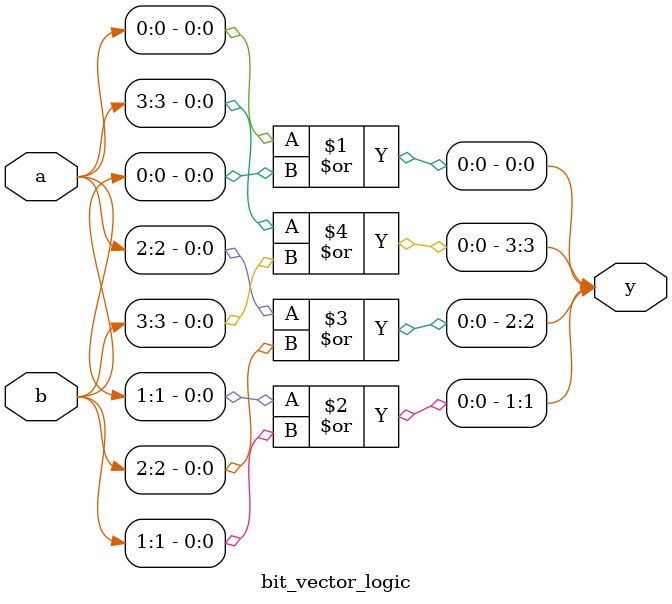
<source format=sv>
module or_gate_3input_4bit_always (
    input  wire [3:0] a,
    input  wire [3:0] b,
    input  wire [3:0] c,
    output wire [3:0] y
);
    // 使用参数化设计，增强可配置性
    or_gate_vector_tree #(
        .DATA_WIDTH(4),
        .INPUT_COUNT(3)
    ) or_tree_inst (
        .inputs({a, b, c}),  // 打包输入为单个向量
        .result(y)
    );
endmodule

// 参数化向量OR树结构
// 可配置数据宽度和输入数量，提高可复用性
module or_gate_vector_tree #(
    parameter DATA_WIDTH = 4,    // 每个输入的数据宽度
    parameter INPUT_COUNT = 3    // 输入数量
)(
    input  wire [DATA_WIDTH*INPUT_COUNT-1:0] inputs,
    output wire [DATA_WIDTH-1:0] result
);
    // 内部信号声明
    wire [DATA_WIDTH-1:0] stage_results[INPUT_COUNT-1:0];
    
    // 第一阶段初始化
    assign stage_results[0] = inputs[DATA_WIDTH-1:0];
    
    // 树形OR级联结构，减少关键路径
    genvar stage;
    generate
        for (stage = 1; stage < INPUT_COUNT; stage = stage + 1) begin : stage_gen
            // 从输入向量提取当前输入
            wire [DATA_WIDTH-1:0] current_input = 
                inputs[DATA_WIDTH*(stage+1)-1:DATA_WIDTH*stage];
            
            // 对每个位进行并行处理，使用位级运算单元
            bit_vector_logic #(
                .WIDTH(DATA_WIDTH),
                .OPERATION("OR")
            ) bit_logic_inst (
                .a(stage_results[stage-1]),
                .b(current_input),
                .y(stage_results[stage])
            );
        end
    endgenerate
    
    // 将最终结果连接到输出
    assign result = stage_results[INPUT_COUNT-1];
endmodule

// 可配置位向量逻辑运算单元
// 支持不同的位级逻辑操作
module bit_vector_logic #(
    parameter WIDTH = 4,
    parameter OPERATION = "OR"  // 支持扩展为其他逻辑运算
)(
    input  wire [WIDTH-1:0] a,
    input  wire [WIDTH-1:0] b,
    output wire [WIDTH-1:0] y
);
    // 位级并行处理
    genvar i;
    generate
        for (i = 0; i < WIDTH; i = i + 1) begin : bit_op_gen
            // 根据参数选择操作
            // 使用连续赋值以减少逻辑层级
            if (OPERATION == "OR") begin : or_op
                assign y[i] = a[i] | b[i];
            end
            else if (OPERATION == "AND") begin : and_op
                assign y[i] = a[i] & b[i];
            end
            else if (OPERATION == "XOR") begin : xor_op
                assign y[i] = a[i] ^ b[i];
            end
            else begin : default_op
                // 默认为OR操作
                assign y[i] = a[i] | b[i];
            end
        end
    endgenerate
endmodule
</source>
